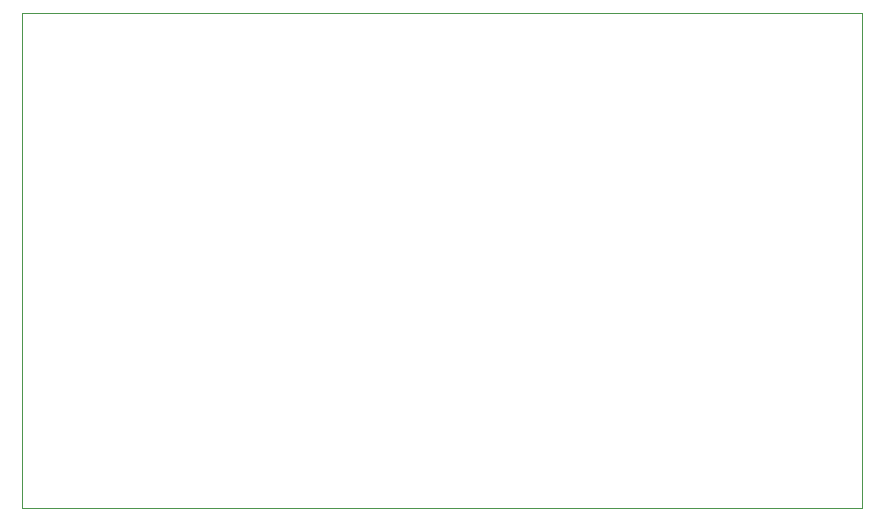
<source format=gbp>
G75*
%MOIN*%
%OFA0B0*%
%FSLAX25Y25*%
%IPPOS*%
%LPD*%
%AMOC8*
5,1,8,0,0,1.08239X$1,22.5*
%
%ADD10C,0.00394*%
D10*
X0013034Y0012996D02*
X0293034Y0012996D01*
X0293034Y0177996D01*
X0013034Y0177996D01*
X0013034Y0012996D01*
M02*

</source>
